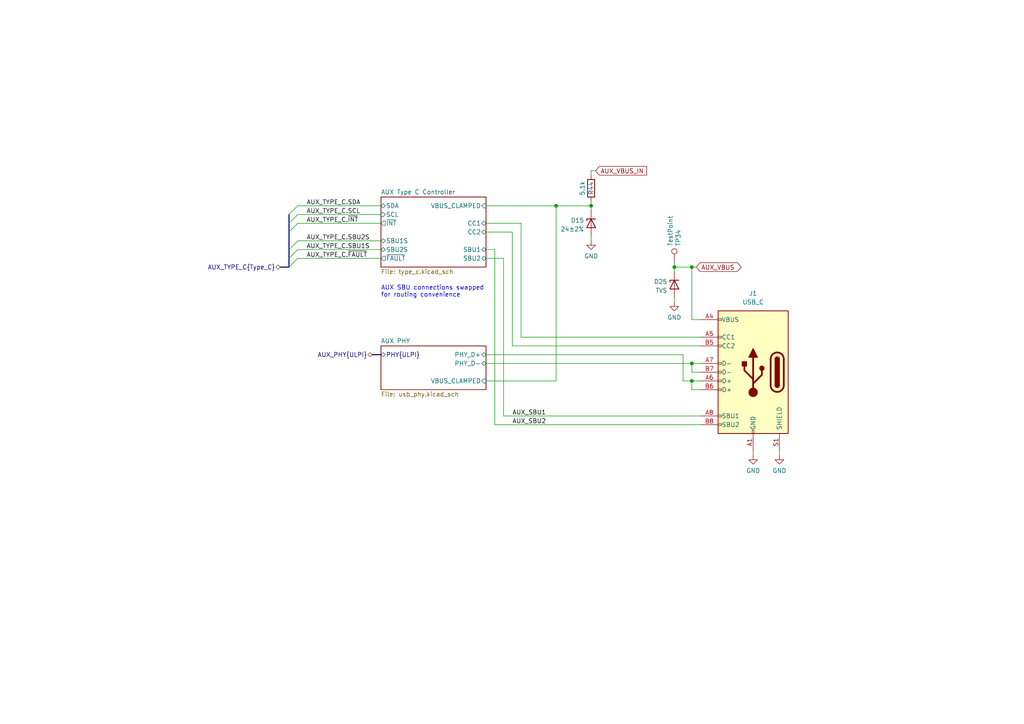
<source format=kicad_sch>
(kicad_sch (version 20231120) (generator "eeschema") (generator_version "8.0")
  (paper "A4")
  (title_block (title "Cynthion") (date "${DATE}") (rev "${VERSION}") (company "Copyright 2019-2023 Great Scott Gadgets") (comment 1 "Licensed under the CERN-OHL-P v2"))
  (lib_symbols
    (symbol "Connector:TestPoint" (pin_numbers hide) (pin_names (offset 0.762) hide)
      (property "Reference" "TP" (at 0 6.858 0))
      (property "Value" "TestPoint" (at 0 5.08 0))
      (symbol "TestPoint_0_1"
        (circle (center 0 3.302) (radius 0.762))
      )
      (symbol "TestPoint_1_1"
        (pin passive line (at 0 0 90) (length 2.54) (name "1") (number "1"))
      )
    )
    (symbol "Connector:USB_C_Receptacle_USB2.0" (pin_names (offset 1.016))
      (property "Reference" "J" (at -10.16 19.05 0))
      (property "Value" "USB_C_Receptacle_USB2.0" (at 19.05 19.05 0))
      (symbol "USB_C_Receptacle_USB2.0_0_0"
        (rectangle (start -0.254 -17.78) (end 0.254 -16.764))
        (rectangle (start 10.16 -14.986) (end 9.144 -15.494))
        (rectangle (start 10.16 -12.446) (end 9.144 -12.954))
        (rectangle (start 10.16 -4.826) (end 9.144 -5.334))
        (rectangle (start 10.16 -2.286) (end 9.144 -2.794))
        (rectangle (start 10.16 0.254) (end 9.144 -0.254))
        (rectangle (start 10.16 2.794) (end 9.144 2.286))
        (rectangle (start 10.16 7.874) (end 9.144 7.366))
        (rectangle (start 10.16 10.414) (end 9.144 9.906))
        (rectangle (start 10.16 15.494) (end 9.144 14.986))
      )
      (symbol "USB_C_Receptacle_USB2.0_0_1"
        (rectangle (start -10.16 17.78) (end 10.16 -17.78) (stroke (width 0.254)) (fill (type background)))
        (arc (start -8.89 -3.81) (mid -6.985 -5.7067) (end -5.08 -3.81) (stroke (width 0.508)))
        (arc (start -7.62 -3.81) (mid -6.985 -4.4423) (end -6.35 -3.81) (stroke (width 0.254)))
        (arc (start -7.62 -3.81) (mid -6.985 -4.4423) (end -6.35 -3.81) (stroke (width 0.254)) (fill (type outline)))
        (rectangle (start -7.62 -3.81) (end -6.35 3.81) (stroke (width 0.254)) (fill (type outline)))
        (arc (start -6.35 3.81) (mid -6.985 4.4423) (end -7.62 3.81) (stroke (width 0.254)))
        (arc (start -6.35 3.81) (mid -6.985 4.4423) (end -7.62 3.81) (stroke (width 0.254)) (fill (type outline)))
        (arc (start -5.08 3.81) (mid -6.985 5.7067) (end -8.89 3.81) (stroke (width 0.508)))
        (circle (center -2.54 1.143) (radius 0.635) (stroke (width 0.254)) (fill (type outline)))
        (circle (center 0 -5.842) (radius 1.27) (fill (type outline)))
        (polyline (pts (xy -8.89 -3.81) (xy -8.89 3.81)) (stroke (width 0.508)))
        (polyline (pts (xy -5.08 3.81) (xy -5.08 -3.81)) (stroke (width 0.508)))
        (polyline (pts (xy 0 -5.842) (xy 0 4.318)) (stroke (width 0.508)))
        (polyline (pts (xy 0 -3.302) (xy -2.54 -0.762) (xy -2.54 0.508)) (stroke (width 0.508)))
        (polyline (pts (xy 0 -2.032) (xy 2.54 0.508) (xy 2.54 1.778)) (stroke (width 0.508)))
        (polyline (pts (xy -1.27 4.318) (xy 0 6.858) (xy 1.27 4.318) (xy -1.27 4.318)) (stroke (width 0.254)) (fill (type outline)))
        (rectangle (start 1.905 1.778) (end 3.175 3.048) (stroke (width 0.254)) (fill (type outline)))
      )
      (symbol "USB_C_Receptacle_USB2.0_1_1"
        (pin passive line (at 0 -22.86 90) (length 5.08) (name "GND") (number "A1"))
        (pin passive line (at 0 -22.86 90) (length 5.08) hide (name "GND") (number "A12"))
        (pin passive line (at 15.24 15.24 180) (length 5.08) (name "VBUS") (number "A4"))
        (pin bidirectional line (at 15.24 10.16 180) (length 5.08) (name "CC1") (number "A5"))
        (pin bidirectional line (at 15.24 -2.54 180) (length 5.08) (name "D+") (number "A6"))
        (pin bidirectional line (at 15.24 2.54 180) (length 5.08) (name "D-") (number "A7"))
        (pin bidirectional line (at 15.24 -12.7 180) (length 5.08) (name "SBU1") (number "A8"))
        (pin passive line (at 15.24 15.24 180) (length 5.08) hide (name "VBUS") (number "A9"))
        (pin passive line (at 0 -22.86 90) (length 5.08) hide (name "GND") (number "B1"))
        (pin passive line (at 0 -22.86 90) (length 5.08) hide (name "GND") (number "B12"))
        (pin passive line (at 15.24 15.24 180) (length 5.08) hide (name "VBUS") (number "B4"))
        (pin bidirectional line (at 15.24 7.62 180) (length 5.08) (name "CC2") (number "B5"))
        (pin bidirectional line (at 15.24 -5.08 180) (length 5.08) (name "D+") (number "B6"))
        (pin bidirectional line (at 15.24 0 180) (length 5.08) (name "D-") (number "B7"))
        (pin bidirectional line (at 15.24 -15.24 180) (length 5.08) (name "SBU2") (number "B8"))
        (pin passive line (at 15.24 15.24 180) (length 5.08) hide (name "VBUS") (number "B9"))
        (pin passive line (at -7.62 -22.86 90) (length 5.08) (name "SHIELD") (number "S1"))
      )
    )
    (symbol "Device:D_Zener" (pin_numbers hide) (pin_names (offset 1.016) hide)
      (property "Reference" "D" (at 0 2.54 0))
      (property "Value" "D_Zener" (at 0 -2.54 0))
      (symbol "D_Zener_0_1"
        (polyline (pts (xy 1.27 0) (xy -1.27 0)))
        (polyline (pts (xy -1.27 -1.27) (xy -1.27 1.27) (xy -0.762 1.27)) (stroke (width 0.254)))
        (polyline (pts (xy 1.27 -1.27) (xy 1.27 1.27) (xy -1.27 0) (xy 1.27 -1.27)) (stroke (width 0.254)))
      )
      (symbol "D_Zener_1_1"
        (pin passive line (at -3.81 0 0) (length 2.54) (name "K") (number "1"))
        (pin passive line (at 3.81 0 180) (length 2.54) (name "A") (number "2"))
      )
    )
    (symbol "Device:R" (pin_numbers hide) (pin_names (offset 0))
      (property "Reference" "R" (at 2.032 0 90))
      (property "Value" "R" (at 0 0 90))
      (symbol "R_0_1"
        (rectangle (start -1.016 -2.54) (end 1.016 2.54) (stroke (width 0.254)))
      )
      (symbol "R_1_1"
        (pin passive line (at 0 3.81 270) (length 1.27) (name "~") (number "1"))
        (pin passive line (at 0 -3.81 90) (length 1.27) (name "~") (number "2"))
      )
    )
    (symbol "power:GND" (power) (pin_names (offset 0))
      (property "Value" "GND" (at 0 -3.81 0))
      (symbol "GND_0_1"
        (polyline (pts (xy 0 0) (xy 0 -1.27) (xy 1.27 -1.27) (xy 0 -2.54) (xy -1.27 -1.27) (xy 0 -1.27)))
      )
      (symbol "GND_1_1"
        (pin power_in line (at 0 0 270) (length 0) hide (name "GND") (number "1"))
      )
    )
  )
  (junction (at 171.45 59.69))
  (junction (at 161.29 59.69))
  (junction (at 200.66 77.47))
  (junction (at 195.58 77.47))
  (junction (at 200.66 105.41))
  (junction (at 200.66 110.49))
  (bus_entry (at 83.82 64.77) (size 2.54 -2.54))
  (bus_entry (at 83.82 62.23) (size 2.54 -2.54))
  (bus_entry (at 83.82 67.31) (size 2.54 -2.54))
  (bus_entry (at 83.82 77.47) (size 2.54 -2.54))
  (bus_entry (at 83.82 72.39) (size 2.54 -2.54))
  (bus_entry (at 83.82 74.93) (size 2.54 -2.54))
  (wire (pts (xy 110.49 64.77) (xy 86.36 64.77)))
  (wire (pts (xy 148.59 67.31) (xy 148.59 100.33)))
  (wire (pts (xy 161.29 59.69) (xy 140.97 59.69)))
  (wire (pts (xy 151.13 64.77) (xy 140.97 64.77)))
  (wire (pts (xy 143.51 123.19) (xy 203.2 123.19)))
  (wire (pts (xy 171.45 68.58) (xy 171.45 69.85)))
  (bus (pts (xy 83.82 77.47) (xy 83.82 74.93)))
  (wire (pts (xy 200.66 77.47) (xy 201.93 77.47)))
  (wire (pts (xy 86.36 62.23) (xy 110.49 62.23)))
  (wire (pts (xy 148.59 100.33) (xy 203.2 100.33)))
  (wire (pts (xy 171.45 49.53) (xy 172.72 49.53)))
  (wire (pts (xy 86.36 74.93) (xy 110.49 74.93)))
  (wire (pts (xy 151.13 64.77) (xy 151.13 97.79)))
  (wire (pts (xy 198.12 102.87) (xy 198.12 110.49)))
  (wire (pts (xy 151.13 97.79) (xy 203.2 97.79)))
  (wire (pts (xy 200.66 107.95) (xy 203.2 107.95)))
  (wire (pts (xy 198.12 110.49) (xy 200.66 110.49)))
  (wire (pts (xy 218.44 130.81) (xy 218.44 132.08)))
  (wire (pts (xy 195.58 77.47) (xy 195.58 78.74)))
  (wire (pts (xy 161.29 59.69) (xy 171.45 59.69)))
  (wire (pts (xy 203.2 120.65) (xy 146.05 120.65)))
  (wire (pts (xy 171.45 58.42) (xy 171.45 59.69)))
  (wire (pts (xy 195.58 87.63) (xy 195.58 86.36)))
  (wire (pts (xy 161.29 110.49) (xy 161.29 59.69)))
  (bus (pts (xy 83.82 64.77) (xy 83.82 67.31)))
  (wire (pts (xy 203.2 113.03) (xy 200.66 113.03)))
  (wire (pts (xy 86.36 59.69) (xy 110.49 59.69)))
  (bus (pts (xy 83.82 67.31) (xy 83.82 72.39)))
  (wire (pts (xy 146.05 74.93) (xy 140.97 74.93)))
  (wire (pts (xy 110.49 72.39) (xy 86.36 72.39)))
  (wire (pts (xy 195.58 77.47) (xy 200.66 77.47)))
  (wire (pts (xy 200.66 105.41) (xy 140.97 105.41)))
  (bus (pts (xy 110.49 102.87) (xy 107.95 102.87)))
  (wire (pts (xy 161.29 110.49) (xy 140.97 110.49)))
  (wire (pts (xy 143.51 72.39) (xy 143.51 123.19)))
  (wire (pts (xy 226.06 130.81) (xy 226.06 132.08)))
  (wire (pts (xy 203.2 92.71) (xy 200.66 92.71)))
  (bus (pts (xy 83.82 77.47) (xy 81.28 77.47)))
  (bus (pts (xy 83.82 74.93) (xy 83.82 72.39)))
  (bus (pts (xy 83.82 62.23) (xy 83.82 64.77)))
  (wire (pts (xy 171.45 50.8) (xy 171.45 49.53)))
  (wire (pts (xy 200.66 77.47) (xy 200.66 92.71)))
  (wire (pts (xy 203.2 110.49) (xy 200.66 110.49)))
  (wire (pts (xy 146.05 74.93) (xy 146.05 120.65)))
  (wire (pts (xy 203.2 105.41) (xy 200.66 105.41)))
  (wire (pts (xy 140.97 102.87) (xy 198.12 102.87)))
  (wire (pts (xy 140.97 72.39) (xy 143.51 72.39)))
  (wire (pts (xy 86.36 69.85) (xy 110.49 69.85)))
  (wire (pts (xy 195.58 76.2) (xy 195.58 77.47)))
  (wire (pts (xy 171.45 59.69) (xy 171.45 60.96)))
  (wire (pts (xy 200.66 113.03) (xy 200.66 110.49)))
  (wire (pts (xy 140.97 67.31) (xy 148.59 67.31)))
  (wire (pts (xy 200.66 105.41) (xy 200.66 107.95)))
  (text "AUX SBU connections swapped\nfor routing convenience" (at 110.49 86.36 0) (effects (font (size 1.27 1.27)) (justify left bottom)))
  (label "AUX_TYPE_C.~{FAULT}" (at 88.9 74.93 0))
  (label "AUX_TYPE_C.SBU2S" (at 88.9 69.85 0))
  (label "AUX_TYPE_C.SBU1S" (at 88.9 72.39 0))
  (label "AUX_SBU1" (at 148.59 120.65 0))
  (label "AUX_SBU2" (at 148.59 123.19 0))
  (label "AUX_TYPE_C.~{INT}" (at 88.9 64.77 0))
  (label "AUX_TYPE_C.SDA" (at 88.9 59.69 0))
  (label "AUX_TYPE_C.SCL" (at 88.9 62.23 0))
  (global_label "AUX_VBUS" (shape bidirectional) (at 201.93 77.47 0) (property "Intersheetrefs" "${INTERSHEET_REFS}" (effects (hide yes))))
  (global_label "AUX_VBUS_IN" (shape input) (at 172.72 49.53 0) (property "Intersheetrefs" "${INTERSHEET_REFS}" (effects (hide yes))))
  (hierarchical_label "AUX_TYPE_C{Type_C}" (shape bidirectional) (at 81.28 77.47 180))
  (hierarchical_label "AUX_PHY{ULPI}" (shape bidirectional) (at 107.95 102.87 180))
  (symbol (lib_id "power:GND") (at 218.44 132.08 0) (mirror y) (unit 1)
    (property "Reference" "#PWR0106" (effects (hide yes)))
    (property "Value" "GND" (at 218.44 136.5234 0))
  )
  (symbol (lib_id "Device:D_Zener") (at 195.58 82.55 90) (mirror x) (unit 1)
    (property "Reference" "D25" (at 193.548 81.7153 90) (effects (justify left)))
    (property "Value" "TVS" (at 193.548 84.2522 90) (effects (justify left)))
    (property "Footprint" "cynthion:DFN1006-2" (effects (hide yes)))
    (property "Datasheet" "https://assets.nexperia.com/documents/data-sheet/PESDXS1UL_SER.pdf" (effects (hide yes)))
    (property "Description" "TVS DIODE 36VWM 80VC DFN1006-2" (effects (hide yes)))
    (property "Manufacturer" "Nexperia" (effects (hide yes)))
    (property "Part Number" "PESD36VS1UL,315" (effects (hide yes)))
    (property "LCSC#" " C503417" (effects (hide yes)))
  )
  (symbol (lib_id "power:GND") (at 171.45 69.85 0) (mirror y) (unit 1)
    (property "Reference" "#PWR022" (effects (hide yes)))
    (property "Value" "GND" (at 171.45 74.2934 0))
  )
  (symbol (lib_id "Device:R") (at 171.45 54.61 0) (mirror x) (unit 1)
    (property "Reference" "R44" (at 171.45 54.61 90))
    (property "Value" "5.1k" (at 168.91 54.61 90))
    (property "Footprint" "Resistor_SMD:R_0402_1005Metric" (effects (hide yes)))
    (property "Description" "RES 5.1K OHM 5% 1/16W 0402" (effects (hide yes)))
    (property "Part Number" "RC0402JR-075K1L" (effects (hide yes)))
    (property "Substitution" "any equivalent" (effects (hide yes)))
    (property "Manufacturer" "Yageo" (effects (hide yes)))
    (property "LCSC#" "C105873" (effects (hide yes)))
  )
  (symbol (lib_id "Connector:USB_C_Receptacle_USB2.0") (at 218.44 107.95 0) (mirror y) (unit 1)
    (property "Reference" "J1" (at 218.44 85.09 0))
    (property "Value" "USB_C" (at 218.44 87.63 0))
    (property "Footprint" "cynthion:USB_C_Receptacle_HRO_TYPE-C-31-M-12" (effects (hide yes)))
    (property "Description" "CONN RCPT USB2.0 TYPE-C 16POS" (effects (hide yes)))
    (property "Manufacturer" "DEALON" (effects (hide yes)))
    (property "Part Number" "USB-TYPE-C-019" (effects (hide yes)))
    (property "Substitution" "Yuandi TYPE-611A-T3" (effects (hide yes)))
    (property "LCSC#" "C2927039" (effects (hide yes)))
  )
  (symbol (lib_id "power:GND") (at 226.06 132.08 0) (mirror y) (unit 1)
    (property "Reference" "#PWR0125" (effects (hide yes)))
    (property "Value" "GND" (at 226.06 136.5234 0))
  )
  (symbol (lib_id "power:GND") (at 195.58 87.63 0) (unit 1)
    (property "Reference" "#PWR043" (effects (hide yes)))
    (property "Value" "GND" (at 195.58 92.0734 0))
  )
  (symbol (lib_id "Device:D_Zener") (at 171.45 64.77 90) (mirror x) (unit 1)
    (property "Reference" "D15" (at 169.418 63.9353 90) (effects (justify left)))
    (property "Value" "24±2%" (at 169.418 66.4722 90) (effects (justify left)))
    (property "Footprint" "cynthion:DFN1006-2" (effects (hide yes)))
    (property "Datasheet" "https://assets.nexperia.com/documents/data-sheet/BZX884_BC_SER.pdf" (effects (hide yes)))
    (property "Description" "DIODE ZENER 24V 250MW DFN1006-2" (effects (hide yes)))
    (property "Manufacturer" "Nexperia" (effects (hide yes)))
    (property "Part Number" "BZX884-B24,315" (effects (hide yes)))
  )
  (symbol (lib_id "Connector:TestPoint") (at 195.58 76.2 0) (mirror y) (unit 1) (in_bom no)
    (property "Reference" "TP34" (at 196.723 71.4502 90) (effects (justify left)))
    (property "Value" "TestPoint" (at 194.437 71.4502 90) (effects (justify left)))
    (property "Footprint" "TestPoint:TestPoint_Pad_D1.0mm" (effects (hide yes)))
  )
  (sheet (at 110.49 100.33) (size 30.48 12.7) (stroke (width 0.1524))
    (property "Sheetname" "AUX PHY" (at 110.49 99.6184 0) (effects (justify left bottom)))
    (property "Sheetfile" "usb_phy.kicad_sch" (at 110.49 113.6146 0) (effects (justify left top)))
    (pin "PHY_D-" bidirectional (at 140.97 105.41 0))
    (pin "PHY_D+" bidirectional (at 140.97 102.87 0))
    (pin "PHY{ULPI}" bidirectional (at 110.49 102.87 180))
    (pin "VBUS_CLAMPED" input (at 140.97 110.49 0))
  )
  (sheet (at 110.49 57.15) (size 30.48 20.32) (stroke (width 0.1524))
    (property "Sheetname" "AUX Type C Controller" (at 110.49 56.4384 0) (effects (justify left bottom)))
    (property "Sheetfile" "type_c.kicad_sch" (at 110.49 78.0546 0) (effects (justify left top)))
    (pin "VBUS_CLAMPED" input (at 140.97 59.69 0))
    (pin "SBU2" bidirectional (at 140.97 74.93 0))
    (pin "CC1" bidirectional (at 140.97 64.77 0))
    (pin "SBU1" bidirectional (at 140.97 72.39 0))
    (pin "CC2" bidirectional (at 140.97 67.31 0))
    (pin "SDA" bidirectional (at 110.49 59.69 180))
    (pin "SCL" input (at 110.49 62.23 180))
    (pin "~{INT}" output (at 110.49 64.77 180))
    (pin "SBU1S" bidirectional (at 110.49 69.85 180))
    (pin "SBU2S" bidirectional (at 110.49 72.39 180))
    (pin "~{FAULT}" output (at 110.49 74.93 180))
  )
)
</source>
